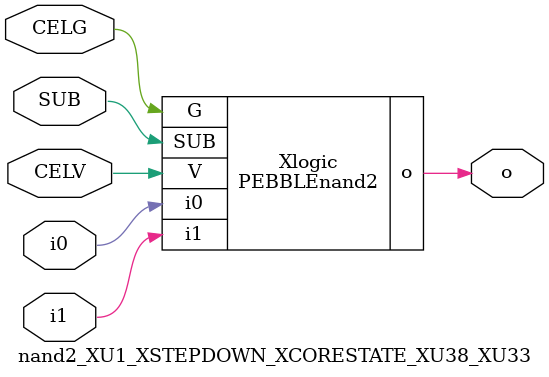
<source format=v>



module PEBBLEnand2 ( o, G, SUB, V, i0, i1 );

  input i0;
  input V;
  input i1;
  input G;
  output o;
  input SUB;
endmodule

//Celera Confidential Do Not Copy nand2_XU1_XSTEPDOWN_XCORESTATE_XU38_XU33
//Celera Confidential Symbol Generator
//5V NAND2
module nand2_XU1_XSTEPDOWN_XCORESTATE_XU38_XU33 (CELV,CELG,i0,i1,o,SUB);
input CELV;
input CELG;
input i0;
input i1;
input SUB;
output o;

//Celera Confidential Do Not Copy nand2
PEBBLEnand2 Xlogic(
.V (CELV),
.i0 (i0),
.i1 (i1),
.o (o),
.SUB (SUB),
.G (CELG)
);
//,diesize,PEBBLEnand2

//Celera Confidential Do Not Copy Module End
//Celera Schematic Generator
endmodule

</source>
